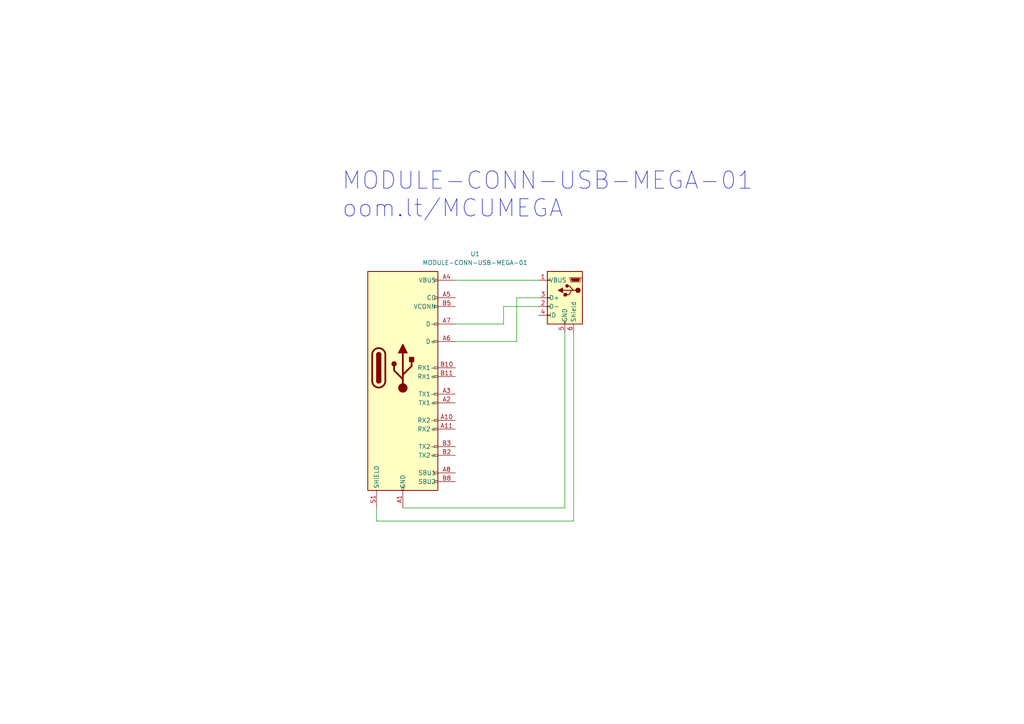
<source format=kicad_sch>
(kicad_sch (version 20211123) (generator eeschema)
  (paper "A4")
  (lib_symbols
    (symbol "oomlout_OOMP_modules:MODULE-CONN-USB-MEGA-01"
      (property "Reference" "U" (at 0 0 0))
      (property "Value" "MODULE-CONN-USB-MEGA-01" (at 0 2.54 0))
      (symbol "MODULE-CONN-USB-MEGA-01_0_0"
        (rectangle (start -24.384 -66.04) (end -23.876 -65.024))
        (rectangle (start -13.97 -63.246) (end -14.986 -63.754))
        (rectangle (start -13.97 -60.706) (end -14.986 -61.214))
        (rectangle (start -13.97 -55.626) (end -14.986 -56.134))
        (rectangle (start -13.97 -53.086) (end -14.986 -53.594))
        (rectangle (start -13.97 -48.006) (end -14.986 -48.514))
        (rectangle (start -13.97 -45.466) (end -14.986 -45.974))
        (rectangle (start -13.97 -40.386) (end -14.986 -40.894))
        (rectangle (start -13.97 -37.846) (end -14.986 -38.354))
        (rectangle (start -13.97 -32.766) (end -14.986 -33.274))
        (rectangle (start -13.97 -30.226) (end -14.986 -30.734))
        (rectangle (start -13.97 -22.606) (end -14.986 -23.114))
        (rectangle (start -13.97 -17.526) (end -14.986 -18.034))
        (rectangle (start -13.97 -12.446) (end -14.986 -12.954))
        (rectangle (start -13.97 -9.906) (end -14.986 -10.414))
        (rectangle (start -13.97 -4.826) (end -14.986 -5.334))
      )
      (symbol "MODULE-CONN-USB-MEGA-01_0_1"
        (rectangle (start -34.29 -2.54) (end -13.97 -66.04) (stroke (width 0.254)) (fill (type background)))
        (arc (start -33.02 -34.29) (mid -31.115 -36.195) (end -29.21 -34.29) (stroke (width 0.508)))
        (arc (start -31.75 -34.29) (mid -31.115 -34.925) (end -30.48 -34.29) (stroke (width 0.254)))
        (arc (start -31.75 -34.29) (mid -31.115 -34.925) (end -30.48 -34.29) (stroke (width 0.254)) (fill (type outline)))
        (rectangle (start -31.75 -34.29) (end -30.48 -26.67) (stroke (width 0.254)) (fill (type outline)))
        (arc (start -30.48 -26.67) (mid -31.115 -26.035) (end -31.75 -26.67) (stroke (width 0.254)))
        (arc (start -30.48 -26.67) (mid -31.115 -26.035) (end -31.75 -26.67) (stroke (width 0.254)) (fill (type outline)))
        (arc (start -29.21 -26.67) (mid -31.115 -24.765) (end -33.02 -26.67) (stroke (width 0.508)))
        (polyline (pts (xy -33.02 -34.29) (xy -33.02 -26.67)) (stroke (width 0.508)))
        (polyline (pts (xy -29.21 -26.67) (xy -29.21 -34.29)) (stroke (width 0.508)))
        (polyline (pts (xy 24.765 -8.001) (xy 22.225 -8.001)) (stroke (width 0.254)))
        (polyline (pts (xy 22.225 -7.366) (xy 22.225 -8.636) (xy 20.955 -8.001) (xy 22.225 -7.366)) (stroke (width 0.254)) (fill (type outline)))
        (polyline (pts (xy 25.4 -8.001) (xy 24.765 -8.001) (xy 24.13 -9.271) (xy 22.86 -9.271)) (stroke (width 0.254)))
        (polyline (pts (xy 26.035 -8.001) (xy 25.4 -8.001) (xy 24.13 -6.731) (xy 23.495 -6.731)) (stroke (width 0.254)))
        (polyline (pts (xy 27.178 -4.572) (xy 24.638 -4.572) (xy 24.892 -5.334) (xy 26.924 -5.334) (xy 27.178 -4.572)) (fill (type outline)))
        (polyline (pts (xy 27.559 -4.318) (xy 27.559 -4.572) (xy 27.305 -5.334) (xy 27.305 -5.588) (xy 24.511 -5.588) (xy 24.511 -5.334) (xy 24.257 -4.572) (xy 24.257 -4.318) (xy 27.559 -4.318)))
        (rectangle (start 17.78 -2.54) (end 27.94 -17.78) (stroke (width 0.254)) (fill (type background)))
        (rectangle (start 18.542 -15.113) (end 17.78 -15.367))
        (rectangle (start 18.542 -12.573) (end 17.78 -12.827))
        (rectangle (start 18.542 -10.033) (end 17.78 -10.287))
        (rectangle (start 18.542 -4.953) (end 17.78 -5.207))
        (rectangle (start 22.733 -17.018) (end 22.987 -17.78))
        (rectangle (start 23.368 -9.652) (end 22.606 -8.89) (stroke (width 0.254)) (fill (type outline)))
        (circle (center 23.495 -6.731) (radius 0.381) (stroke (width 0.254)) (fill (type outline)))
        (circle (center 26.67 -8.001) (radius 0.635) (stroke (width 0.254)) (fill (type outline)))
      )
      (symbol "MODULE-CONN-USB-MEGA-01_1_1"
        (circle (center -26.67 -29.337) (radius 0.635) (stroke (width 0.254)) (fill (type outline)))
        (circle (center -24.13 -36.322) (radius 1.27) (fill (type outline)))
        (rectangle (start -22.225 -28.702) (end -20.955 -27.432) (stroke (width 0.254)) (fill (type outline)))
        (polyline (pts (xy -24.13 -36.322) (xy -24.13 -26.162)) (stroke (width 0.508)))
        (polyline (pts (xy -24.13 -33.782) (xy -26.67 -31.242) (xy -26.67 -29.972)) (stroke (width 0.508)))
        (polyline (pts (xy -24.13 -32.512) (xy -21.59 -29.972) (xy -21.59 -28.702)) (stroke (width 0.508)))
        (polyline (pts (xy -25.4 -26.162) (xy -24.13 -23.622) (xy -22.86 -26.162) (xy -25.4 -26.162)) (stroke (width 0.254)) (fill (type outline)))
        (pin power_out line (at 15.24 -5.08 0) (length 2.54) (name "VBUS") (number "1"))
        (pin bidirectional line (at 15.24 -12.7 0) (length 2.54) (name "D-") (number "2"))
        (pin bidirectional line (at 15.24 -10.16 0) (length 2.54) (name "D+") (number "3"))
        (pin passive line (at 15.24 -15.24 0) (length 2.54) (name "ID") (number "4"))
        (pin power_out line (at 22.86 -20.32 90) (length 2.54) (name "GND") (number "5"))
        (pin passive line (at 25.4 -20.32 90) (length 2.54) (name "Shield") (number "6"))
        (pin passive line (at -24.13 -71.12 90) (length 5.08) (name "GND") (number "A1"))
        (pin bidirectional line (at -8.89 -45.72 180) (length 5.08) (name "RX2-") (number "A10"))
        (pin bidirectional line (at -8.89 -48.26 180) (length 5.08) (name "RX2+") (number "A11"))
        (pin passive line (at -24.13 -71.12 90) (length 5.08) hide (name "GND") (number "A12"))
        (pin bidirectional line (at -8.89 -40.64 180) (length 5.08) (name "TX1+") (number "A2"))
        (pin bidirectional line (at -8.89 -38.1 180) (length 5.08) (name "TX1-") (number "A3"))
        (pin passive line (at -8.89 -5.08 180) (length 5.08) (name "VBUS") (number "A4"))
        (pin bidirectional line (at -8.89 -10.16 180) (length 5.08) (name "CC") (number "A5"))
        (pin bidirectional line (at -8.89 -22.86 180) (length 5.08) (name "D+") (number "A6"))
        (pin bidirectional line (at -8.89 -17.78 180) (length 5.08) (name "D-") (number "A7"))
        (pin bidirectional line (at -8.89 -60.96 180) (length 5.08) (name "SBU1") (number "A8"))
        (pin passive line (at -8.89 -5.08 180) (length 5.08) hide (name "VBUS") (number "A9"))
        (pin passive line (at -24.13 -71.12 90) (length 5.08) hide (name "GND") (number "B1"))
        (pin bidirectional line (at -8.89 -30.48 180) (length 5.08) (name "RX1-") (number "B10"))
        (pin bidirectional line (at -8.89 -33.02 180) (length 5.08) (name "RX1+") (number "B11"))
        (pin passive line (at -24.13 -71.12 90) (length 5.08) hide (name "GND") (number "B12"))
        (pin bidirectional line (at -8.89 -55.88 180) (length 5.08) (name "TX2+") (number "B2"))
        (pin bidirectional line (at -8.89 -53.34 180) (length 5.08) (name "TX2-") (number "B3"))
        (pin passive line (at -8.89 -5.08 180) (length 5.08) hide (name "VBUS") (number "B4"))
        (pin bidirectional line (at -8.89 -12.7 180) (length 5.08) (name "VCONN") (number "B5"))
        (pin bidirectional line (at -8.89 -63.5 180) (length 5.08) (name "SBU2") (number "B8"))
        (pin passive line (at -8.89 -5.08 180) (length 5.08) hide (name "VBUS") (number "B9"))
        (pin passive line (at -31.75 -71.12 90) (length 5.08) (name "SHIELD") (number "S1"))
      )
    )
  )
  (wire (pts (xy 132.08 93.98) (xy 146.05 93.98)))
  (wire (pts (xy 149.86 86.36) (xy 156.21 86.36)))
  (wire (pts (xy 116.84 147.32) (xy 163.83 147.32)))
  (wire (pts (xy 156.21 88.9) (xy 146.05 88.9)))
  (wire (pts (xy 132.08 99.06) (xy 149.86 99.06)))
  (wire (pts (xy 163.83 96.52) (xy 163.83 147.32)))
  (wire (pts (xy 132.08 81.28) (xy 156.21 81.28)))
  (wire (pts (xy 166.37 151.13) (xy 109.22 151.13)))
  (wire (pts (xy 146.05 88.9) (xy 146.05 93.98)))
  (wire (pts (xy 166.37 96.52) (xy 166.37 151.13)))
  (wire (pts (xy 149.86 99.06) (xy 149.86 86.36)))
  (wire (pts (xy 109.22 151.13) (xy 109.22 147.32)))
  (text "MODULE-CONN-USB-MEGA-01\noom.lt/MCUMEGA" (at 99.06 63.5 0) (effects (font (size 5 5)) (justify left bottom)))
  (symbol (lib_id "oomlout_OOMP_modules:MODULE-CONN-USB-MEGA-01") (at 140.97 76.2 0) (unit 1)
    (property "Reference" "U1" (at 137.795 73.66 0))
    (property "Value" "MODULE-CONN-USB-MEGA-01" (at 137.795 76.2 0))
    (property "Footprint" "oomlout_OOMP_modules:MODULE-CONN-USB-MEGA-01" (effects hide))
    (property "Datasheet" "oom.lt/MCUMEGA" (effects hide))
  )
)
</source>
